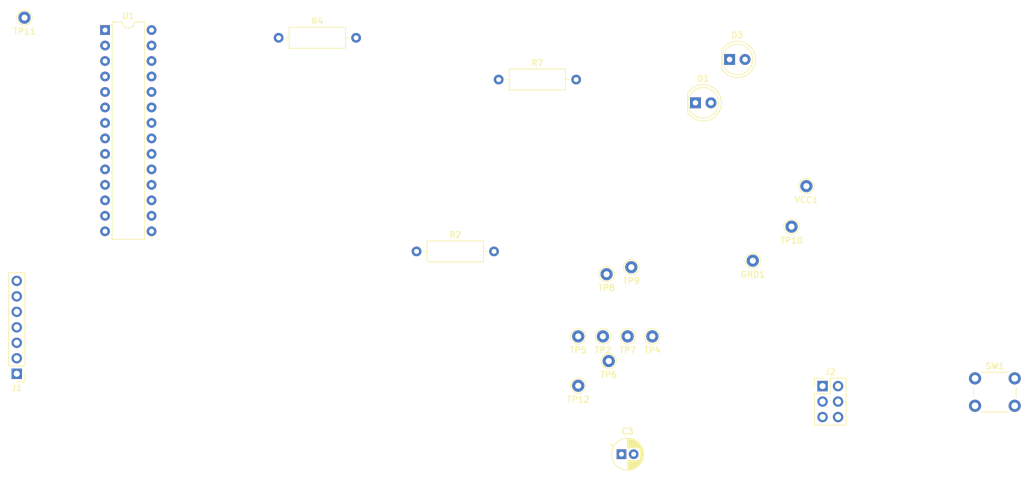
<source format=kicad_pcb>
(kicad_pcb (version 20211014) (generator pcbnew)
  (layers (0 "F.Cu" signal) (31 "B.Cu" signal) (34 "B.Paste" user) (35 "F.Paste" user) (36 "B.SilkS" user "B.Silkscreen") (37 "F.SilkS" user "F.Silkscreen") (38 "B.Mask" user) (39 "F.Mask" user) (44 "Edge.Cuts" user))
  (net 0 "")
  (net 1 "VCC")
  (net 2 "GND")
  (net 3 "D2")
  (net 4 "Net-(D1-Pad2)")
  (net 5 "Net-(R7-Pad2)")
  (net 6 "SDA")
  (net 7 "SLC")
  (net 10 "CLK_OUT")
  (net 11 "MISO")
  (net 12 "SCK")
  (net 13 "MOSI")
  (net 14 "RST")
  (net 15 "D7")
  (net 16 "SCL")
  (net 17 "RXD")
  (net 18 "TXD")
  (net 19 "D3")
  (net 20 "D4")
  (net 23 "D5")
  (net 24 "D6")
  (net 25 "D8")
  (net 26 "D9")
  (net 27 "D10")
  (net 28 "A0")
  (net 29 "A1")
  (net 30 "A2")
  (net 31 "A3")
  (footprint "Connector_Pin:Pin_D1.0mm_L10.0mm" (layer "F.Cu") (at 170.434 92.456)
    (fp_text reference "TP10" (at 0 2.25) (layer "F.SilkS"))
    (fp_text value "GND2")
    (fp_circle (center 0 0) (end 1.25 0.05) (layer "F.SilkS") (width 0.12) (fill none))
    (pad "1" thru_hole circle (at 0 0) (size 2 2) (drill 1) (layers *.Cu *.Mask) (net 2 "GND"))
  )
  (footprint "Connector_Pin:Pin_D1.0mm_L10.0mm" (layer "F.Cu") (at 147.616 110.462)
    (fp_text reference "TP4" (at 0 2.25) (layer "F.SilkS"))
    (fp_text value "TestPoint")
    (fp_circle (center 0 0) (end 1.25 0.05) (layer "F.SilkS") (width 0.12) (fill none))
    (pad "1" thru_hole circle (at 0 0) (size 2 2) (drill 1) (layers *.Cu *.Mask) (net 15 "D7"))
  )
  (footprint "Connector_PinHeader_2.54mm:PinHeader_1x07_P2.54mm_Vertical" (layer "F.Cu") (at 43.434 116.591 180)
    (fp_text reference "J1" (at 0 -2.33) (layer "F.SilkS"))
    (fp_text value "SI5351")
    (fp_line (start 1.33 1.27) (end 1.33 16.57) (layer "F.SilkS") (width 0.12))
    (fp_line (start -1.33 0) (end -1.33 -1.33) (layer "F.SilkS") (width 0.12))
    (fp_line (start -1.33 -1.33) (end 0 -1.33) (layer "F.SilkS") (width 0.12))
    (fp_line (start -1.33 16.57) (end 1.33 16.57) (layer "F.SilkS") (width 0.12))
    (fp_line (start -1.33 1.27) (end -1.33 16.57) (layer "F.SilkS") (width 0.12))
    (fp_line (start -1.33 1.27) (end 1.33 1.27) (layer "F.SilkS") (width 0.12))
    (pad "1" thru_hole rect (at 0 0 180) (size 1.7 1.7) (drill 1) (layers *.Cu *.Mask) (net 1 "VCC"))
    (pad "2" thru_hole oval (at 0 2.54 180) (size 1.7 1.7) (drill 1) (layers *.Cu *.Mask) (net 2 "GND"))
    (pad "3" thru_hole oval (at 0 5.08 180) (size 1.7 1.7) (drill 1) (layers *.Cu *.Mask) (net 6 "SDA"))
    (pad "4" thru_hole oval (at 0 7.62 180) (size 1.7 1.7) (drill 1) (layers *.Cu *.Mask) (net 7 "SLC"))
    (pad "5" thru_hole oval (at 0 10.16 180) (size 1.7 1.7) (drill 1) (layers *.Cu *.Mask))
    (pad "6" thru_hole oval (at 0 12.7 180) (size 1.7 1.7) (drill 1) (layers *.Cu *.Mask))
    (pad "7" thru_hole oval (at 0 15.24 180) (size 1.7 1.7) (drill 1) (layers *.Cu *.Mask) (net 10 "CLK_OUT"))
  )
  (footprint "Connector_Pin:Pin_D1.0mm_L10.0mm" (layer "F.Cu") (at 140.466 114.512)
    (fp_text reference "TP6" (at 0 2.25) (layer "F.SilkS"))
    (fp_text value "SDA")
    (fp_circle (center 0 0) (end 1.25 0.05) (layer "F.SilkS") (width 0.12) (fill none))
    (pad "1" thru_hole circle (at 0 0) (size 2 2) (drill 1) (layers *.Cu *.Mask) (net 6 "SDA"))
  )
  (footprint "Connector_Pin:Pin_D1.0mm_L10.0mm" (layer "F.Cu") (at 135.466 110.462)
    (fp_text reference "TP5" (at 0 2.25) (layer "F.SilkS"))
    (fp_text value "VCC2")
    (fp_circle (center 0 0) (end 1.25 0.05) (layer "F.SilkS") (width 0.12) (fill none))
    (pad "1" thru_hole circle (at 0 0) (size 2 2) (drill 1) (layers *.Cu *.Mask) (net 1 "VCC"))
  )
  (footprint "Resistor_THT:R_Axial_DIN0309_L9.0mm_D3.2mm_P12.70mm_Horizontal" (layer "F.Cu") (at 108.966 96.52)
    (fp_text reference "R2" (at 6.35 -2.72) (layer "F.SilkS"))
    (fp_text value "220")
    (fp_line (start 11.66 0) (end 10.97 0) (layer "F.SilkS") (width 0.12))
    (fp_line (start 1.04 0) (end 1.73 0) (layer "F.SilkS") (width 0.12))
    (fp_line (start 10.97 -1.72) (end 1.73 -1.72) (layer "F.SilkS") (width 0.12))
    (fp_line (start 1.73 -1.72) (end 1.73 1.72) (layer "F.SilkS") (width 0.12))
    (fp_line (start 1.73 1.72) (end 10.97 1.72) (layer "F.SilkS") (width 0.12))
    (fp_line (start 10.97 1.72) (end 10.97 -1.72) (layer "F.SilkS") (width 0.12))
    (pad "1" thru_hole circle (at 0 0) (size 1.6 1.6) (drill 0.8) (layers *.Cu *.Mask) (net 1 "VCC"))
    (pad "2" thru_hole oval (at 12.7 0) (size 1.6 1.6) (drill 0.8) (layers *.Cu *.Mask) (net 4 "Net-(D1-Pad2)"))
  )
  (footprint "LED_THT:LED_D5.0mm" (layer "F.Cu") (at 160.274 65.024)
    (fp_text reference "D3" (at 1.27 -3.96) (layer "F.SilkS"))
    (fp_text value "LED")
    (fp_line (start -1.29 -1.545) (end -1.29 1.545) (layer "F.SilkS") (width 0.12))
    (fp_arc (start -1.29 -1.54483) (mid 2.072002 -2.880433) (end 4.26 0.000462) (layer "F.SilkS") (width 0.12))
    (fp_arc (start 4.26 -0.000462) (mid 2.072002 2.880433) (end -1.29 1.54483) (layer "F.SilkS") (width 0.12))
    (fp_circle (center 1.27 0) (end 3.77 0) (layer "F.SilkS") (width 0.12) (fill none))
    (pad "1" thru_hole rect (at 0 0) (size 1.8 1.8) (drill 0.9) (layers *.Cu *.Mask) (net 5 "Net-(R7-Pad2)"))
    (pad "2" thru_hole circle (at 2.54 0) (size 1.8 1.8) (drill 0.9) (layers *.Cu *.Mask) (net 1 "VCC"))
  )
  (footprint "Connector_Pin:Pin_D1.0mm_L10.0mm" (layer "F.Cu") (at 144.166 99.112)
    (fp_text reference "TP9" (at 0 2.25) (layer "F.SilkS"))
    (fp_text value "MOSI")
    (fp_circle (center 0 0) (end 1.25 0.05) (layer "F.SilkS") (width 0.12) (fill none))
    (pad "1" thru_hole circle (at 0 0) (size 2 2) (drill 1) (layers *.Cu *.Mask) (net 13 "MOSI"))
  )
  (footprint "Connector_Pin:Pin_D1.0mm_L10.0mm" (layer "F.Cu") (at 139.516 110.462)
    (fp_text reference "TP2" (at 0 2.25) (layer "F.SilkS"))
    (fp_text value "TestPoint")
    (fp_circle (center 0 0) (end 1.25 0.05) (layer "F.SilkS") (width 0.12) (fill none))
    (pad "1" thru_hole circle (at 0 0) (size 2 2) (drill 1) (layers *.Cu *.Mask) (net 3 "D2"))
  )
  (footprint "Connector_Pin:Pin_D1.0mm_L10.0mm" (layer "F.Cu") (at 44.704 58.166)
    (fp_text reference "TP11" (at 0 2.25) (layer "F.SilkS"))
    (fp_text value "CLK0")
    (fp_circle (center 0 0) (end 1.25 0.05) (layer "F.SilkS") (width 0.12) (fill none))
    (pad "1" thru_hole circle (at 0 0) (size 2 2) (drill 1) (layers *.Cu *.Mask) (net 10 "CLK_OUT"))
  )
  (footprint "Connector_Pin:Pin_D1.0mm_L10.0mm" (layer "F.Cu") (at 143.566 110.462)
    (fp_text reference "TP7" (at 0 2.25) (layer "F.SilkS"))
    (fp_text value "SCK")
    (fp_circle (center 0 0) (end 1.25 0.05) (layer "F.SilkS") (width 0.12) (fill none))
    (pad "1" thru_hole circle (at 0 0) (size 2 2) (drill 1) (layers *.Cu *.Mask) (net 12 "SCK"))
  )
  (footprint "Connector_Pin:Pin_D1.0mm_L10.0mm" (layer "F.Cu") (at 172.866 85.812)
    (fp_text reference "VCC1" (at 0 2.25) (layer "F.SilkS"))
    (fp_text value "TestPoint")
    (fp_circle (center 0 0) (end 1.25 0.05) (layer "F.SilkS") (width 0.12) (fill none))
    (pad "1" thru_hole circle (at 0 0) (size 2 2) (drill 1) (layers *.Cu *.Mask) (net 1 "VCC"))
  )
  (footprint "Button_Switch_THT:SW_PUSH_6mm" (layer "F.Cu") (at 200.51 117.348)
    (fp_text reference "SW1" (at 3.25 -2) (layer "F.SilkS"))
    (fp_text value "SW_Push")
    (fp_line (start 5.5 -1) (end 1 -1) (layer "F.SilkS") (width 0.12))
    (fp_line (start 6.75 3) (end 6.75 1.5) (layer "F.SilkS") (width 0.12))
    (fp_line (start -0.25 1.5) (end -0.25 3) (layer "F.SilkS") (width 0.12))
    (fp_line (start 1 5.5) (end 5.5 5.5) (layer "F.SilkS") (width 0.12))
    (pad "1" thru_hole circle (at 0 0 90) (size 2 2) (drill 1.1) (layers *.Cu *.Mask) (net 15 "D7"))
    (pad "1" thru_hole circle (at 6.5 0 90) (size 2 2) (drill 1.1) (layers *.Cu *.Mask) (net 15 "D7"))
    (pad "2" thru_hole circle (at 6.5 4.5 90) (size 2 2) (drill 1.1) (layers *.Cu *.Mask) (net 1 "VCC"))
    (pad "2" thru_hole circle (at 0 4.5 90) (size 2 2) (drill 1.1) (layers *.Cu *.Mask) (net 1 "VCC"))
  )
  (footprint "Connector_Pin:Pin_D1.0mm_L10.0mm" (layer "F.Cu") (at 164.084 98.044)
    (fp_text reference "GND1" (at 0 2.25) (layer "F.SilkS"))
    (fp_text value "TestPoint")
    (fp_circle (center 0 0) (end 1.25 0.05) (layer "F.SilkS") (width 0.12) (fill none))
    (pad "1" thru_hole circle (at 0 0) (size 2 2) (drill 1) (layers *.Cu *.Mask) (net 2 "GND"))
  )
  (footprint "Connector_Pin:Pin_D1.0mm_L10.0mm" (layer "F.Cu") (at 135.466 118.562)
    (fp_text reference "TP12" (at 0 2.25) (layer "F.SilkS"))
    (fp_text value "TestPointSLC")
    (fp_circle (center 0 0) (end 1.25 0.05) (layer "F.SilkS") (width 0.12) (fill none))
    (pad "1" thru_hole circle (at 0 0) (size 2 2) (drill 1) (layers *.Cu *.Mask) (net 16 "SCL"))
  )
  (footprint "Connector_PinHeader_2.54mm:PinHeader_2x03_P2.54mm_Vertical" (layer "F.Cu") (at 175.514 118.618)
    (fp_text reference "J2" (at 1.27 -2.33) (layer "F.SilkS"))
    (fp_text value "AVRISP-6")
    (fp_line (start 1.27 -1.33) (end 3.87 -1.33) (layer "F.SilkS") (width 0.12))
    (fp_line (start -1.33 1.27) (end 1.27 1.27) (layer "F.SilkS") (width 0.12))
    (fp_line (start -1.33 -1.33) (end 0 -1.33) (layer "F.SilkS") (width 0.12))
    (fp_line (start -1.33 1.27) (end -1.33 6.41) (layer "F.SilkS") (width 0.12))
    (fp_line (start -1.33 0) (end -1.33 -1.33) (layer "F.SilkS") (width 0.12))
    (fp_line (start -1.33 6.41) (end 3.87 6.41) (layer "F.SilkS") (width 0.12))
    (fp_line (start 1.27 1.27) (end 1.27 -1.33) (layer "F.SilkS") (width 0.12))
    (fp_line (start 3.87 -1.33) (end 3.87 6.41) (layer "F.SilkS") (width 0.12))
    (pad "1" thru_hole rect (at 0 0) (size 1.7 1.7) (drill 1) (layers *.Cu *.Mask) (net 11 "MISO"))
    (pad "2" thru_hole oval (at 2.54 0) (size 1.7 1.7) (drill 1) (layers *.Cu *.Mask) (net 1 "VCC"))
    (pad "3" thru_hole oval (at 0 2.54) (size 1.7 1.7) (drill 1) (layers *.Cu *.Mask) (net 12 "SCK"))
    (pad "4" thru_hole oval (at 2.54 2.54) (size 1.7 1.7) (drill 1) (layers *.Cu *.Mask) (net 13 "MOSI"))
    (pad "5" thru_hole oval (at 0 5.08) (size 1.7 1.7) (drill 1) (layers *.Cu *.Mask) (net 14 "RST"))
    (pad "6" thru_hole oval (at 2.54 5.08) (size 1.7 1.7) (drill 1) (layers *.Cu *.Mask) (net 2 "GND"))
  )
  (footprint "Connector_Pin:Pin_D1.0mm_L10.0mm" (layer "F.Cu") (at 140.116 100.262)
    (fp_text reference "TP8" (at 0 2.25) (layer "F.SilkS"))
    (fp_text value "MISO")
    (fp_circle (center 0 0) (end 1.25 0.05) (layer "F.SilkS") (width 0.12) (fill none))
    (pad "1" thru_hole circle (at 0 0) (size 2 2) (drill 1) (layers *.Cu *.Mask) (net 11 "MISO"))
  )
  (footprint "Capacitor_THT:CP_Radial_D5.0mm_P2.00mm" (layer "F.Cu") (at 142.554888 129.794)
    (fp_text reference "C3" (at 1 -3.75) (layer "F.SilkS"))
    (fp_text value "10u")
    (fp_line (start 3.521 -0.677) (end 3.521 0.677) (layer "F.SilkS") (width 0.12))
    (fp_line (start 3.321 -1.178) (end 3.321 1.178) (layer "F.SilkS") (width 0.12))
    (fp_line (start 2.121 1.04) (end 2.121 2.329) (layer "F.SilkS") (width 0.12))
    (fp_line (start 3.201 -1.383) (end 3.201 1.383) (layer "F.SilkS") (width 0.12))
    (fp_line (start 2.081 -2.348) (end 2.081 -1.04) (layer "F.SilkS") (width 0.12))
    (fp_line (start -1.554775 -1.725) (end -1.554775 -1.225) (layer "F.SilkS") (width 0.12))
    (fp_line (start 2.281 -2.247) (end 2.281 -1.04) (layer "F.SilkS") (width 0.12))
    (fp_line (start 1.6 -2.511) (end 1.6 -1.04) (layer "F.SilkS") (width 0.12))
    (fp_line (start 2.321 1.04) (end 2.321 2.224) (layer "F.SilkS") (width 0.12))
    (fp_line (start 2.601 1.04) (end 2.601 2.035) (layer "F.SilkS") (width 0.12))
    (fp_line (start 2.561 -2.065) (end 2.561 -1.04) (layer "F.SilkS") (width 0.12))
    (fp_line (start 1.44 1.04) (end 1.44 2.543) (layer "F.SilkS") (width 0.12))
    (fp_line (start 1.32 1.04) (end 1.32 2.561) (layer "F.SilkS") (width 0.12))
    (fp_line (start 1.921 -2.414) (end 1.921 -1.04) (layer "F.SilkS") (width 0.12))
    (fp_line (start 3.081 -1.554) (end 3.081 1.554) (layer "F.SilkS") (width 0.12))
    (fp_line (start 2.681 1.04) (end 2.681 1.971) (layer "F.SilkS") (width 0.12))
    (fp_line (start 1.921 1.04) (end 1.921 2.414) (layer "F.SilkS") (width 0.12))
    (fp_line (start 1.68 -2.491) (end 1.68 -1.04) (layer "F.SilkS") (width 0.12))
    (fp_line (start 1.881 1.04) (end 1.881 2.428) (layer "F.SilkS") (width 0.12))
    (fp_line (start 2.441 -2.149) (end 2.441 -1.04) (layer "F.SilkS") (width 0.12))
    (fp_line (start 2.921 1.04) (end 2.921 1.743) (layer "F.SilkS") (width 0.12))
    (fp_line (start 1.04 -2.58) (end 1.04 -1.04) (layer "F.SilkS") (width 0.12))
    (fp_line (start -1.804775 -1.475) (end -1.304775 -1.475) (layer "F.SilkS") (width 0.12))
    (fp_line (start 1.881 -2.428) (end 1.881 -1.04) (layer "F.SilkS") (width 0.12))
    (fp_line (start 2.801 1.04) (end 2.801 1.864) (layer "F.SilkS") (width 0.12))
    (fp_line (start 1.761 -2.468) (end 1.761 -1.04) (layer "F.SilkS") (width 0.12))
    (fp_line (start 1.48 -2.536) (end 1.48 -1.04) (layer "F.SilkS") (width 0.12))
    (fp_line (start 1.24 -2.569) (end 1.24 -1.04) (layer "F.SilkS") (width 0.12))
    (fp_line (start 1.841 1.04) (end 1.841 2.442) (layer "F.SilkS") (width 0.12))
    (fp_line (start 1.841 -2.442) (end 1.841 -1.04) (layer "F.SilkS") (width 0.12))
    (fp_line (start 2.361 1.04) (end 2.361 2.2) (layer "F.SilkS") (width 0.12))
    (fp_line (start 1.08 -2.579) (end 1.08 -1.04) (layer "F.SilkS") (width 0.12))
    (fp_line (start 2.721 -1.937) (end 2.721 -1.04) (layer "F.SilkS") (width 0.12))
    (fp_line (start 1.761 1.04) (end 1.761 2.468) (layer "F.SilkS") (width 0.12))
    (fp_line (start 2.441 1.04) (end 2.441 2.149) (layer "F.SilkS") (width 0.12))
    (fp_line (start 2.041 -2.365) (end 2.041 -1.04) (layer "F.SilkS") (width 0.12))
    (fp_line (start 3.481 -0.805) (end 3.481 0.805) (layer "F.SilkS") (width 0.12))
    (fp_line (start 2.201 -2.29) (end 2.201 -1.04) (layer "F.SilkS") (width 0.12))
    (fp_line (start 1.12 -2.578) (end 1.12 -1.04) (layer "F.SilkS") (width 0.12))
    (fp_line (start 1.56 -2.52) (end 1.56 -1.04) (layer "F.SilkS") (width 0.12))
    (fp_line (start 2.881 -1.785) (end 2.881 -1.04) (layer "F.SilkS") (width 0.12))
    (fp_line (start 3.601 -0.284) (end 3.601 0.284) (layer "F.SilkS") (width 0.12))
    (fp_line (start 1.24 1.04) (end 1.24 2.569) (layer "F.SilkS") (width 0.12))
    (fp_line (start 3.161 -1.443) (end 3.161 1.443) (layer "F.SilkS") (width 0.12))
    (fp_line (start 1.56 1.04) (end 1.56 2.52) (layer "F.SilkS") (width 0.12))
    (fp_line (start 2.161 -2.31) (end 2.161 -1.04) (layer "F.SilkS") (width 0.12))
    (fp_line (start 2.761 1.04) (end 2.761 1.901) (layer "F.SilkS") (width 0.12))
    (fp_line (start 1.961 1.04) (end 1.961 2.398) (layer "F.SilkS") (width 0.12))
    (fp_line (start 1.28 -2.565) (end 1.28 -1.04) (layer "F.SilkS") (width 0.12))
    (fp_line (start 2.161 1.04) (end 2.161 2.31) (layer "F.SilkS") (width 0.12))
    (fp_line (start 3.241 -1.319) (end 3.241 1.319) (layer "F.SilkS") (width 0.12))
    (fp_line (start 2.801 -1.864) (end 2.801 -1.04) (layer "F.SilkS") (width 0.12))
    (fp_line (start 3.041 -1.605) (end 3.041 1.605) (layer "F.SilkS") (width 0.12))
    (fp_line (start 2.481 1.04) (end 2.481 2.122) (layer "F.SilkS") (width 0.12))
    (fp_line (start 1.32 -2.561) (end 1.32 -1.04) (layer "F.SilkS") (width 0.12))
    (fp_line (start 1.721 1.04) (end 1.721 2.48) (layer "F.SilkS") (width 0.12))
    (fp_line (start 2.201 1.04) (end 2.201 2.29) (layer "F.SilkS") (width 0.12))
    (fp_line (start 2.241 1.04) (end 2.241 2.268) (layer "F.SilkS") (width 0.12))
    (fp_line (start 1.721 -2.48) (end 1.721 -1.04) (layer "F.SilkS") (width 0.12))
    (fp_line (start 1.4 1.04) (end 1.4 2.55) (layer "F.SilkS") (width 0.12))
    (fp_line (start 1.961 -2.398) (end 1.961 -1.04) (layer "F.SilkS") (width 0.12))
    (fp_line (start 1.64 -2.501) (end 1.64 -1.04) (layer "F.SilkS") (width 0.12))
    (fp_line (start 2.921 -1.743) (end 2.921 -1.04) (layer "F.SilkS") (width 0.12))
    (fp_line (start 2.041 1.04) (end 2.041 2.365) (layer "F.SilkS") (width 0.12))
    (fp_line (start 1 -2.58) (end 1 -1.04) (layer "F.SilkS") (width 0.12))
    (fp_line (start 2.641 1.04) (end 2.641 2.004) (layer "F.SilkS") (width 0.12))
    (fp_line (start 1.801 -2.455) (end 1.801 -1.04) (layer "F.SilkS") (width 0.12))
    (fp_line (start 2.641 -2.004) (end 2.641 -1.04) (layer "F.SilkS") (width 0.12))
    (fp_line (start 1.16 1.04) (end 1.16 2.576) (layer "F.SilkS") (width 0.12))
    (fp_line (start 1.28 1.04) (end 1.28 2.565) (layer "F.SilkS") (width 0.12))
    (fp_line (start 1.6 1.04) (end 1.6 2.511) (layer "F.SilkS") (width 0.12))
    (fp_line (start 3.001 -1.653) (end 3.001 -1.04) (layer "F.SilkS") (width 0.12))
    (fp_line (start 2.961 1.04) (end 2.961 1.699) (layer "F.SilkS") (width 0.12))
    (fp_line (start 1.64 1.04) (end 1.64 2.501) (layer "F.SilkS") (width 0.12))
    (fp_line (start 3.441 -0.915) (end 3.441 0.915) (layer "F.SilkS") (width 0.12))
    (fp_line (start 2.321 -2.224) (end 2.321 -1.04) (layer "F.SilkS") (width 0.12))
    (fp_line (start 2.401 -2.175) (end 2.401 -1.04) (layer "F.SilkS") (width 0.12))
    (fp_line (start 1.04 1.04) (end 1.04 2.58) (layer "F.SilkS") (width 0.12))
    (fp_line (start 1.4 -2.55) (end 1.4 -1.04) (layer "F.SilkS") (width 0.12))
    (fp_line (start 1.52 1.04) (end 1.52 2.528) (layer "F.SilkS") (width 0.12))
    (fp_line (start 2.001 -2.382) (end 2.001 -1.04) (layer "F.SilkS") (width 0.12))
    (fp_line (start 3.121 -1.5) (end 3.121 1.5) (layer "F.SilkS") (width 0.12))
    (fp_line (start 2.361 -2.2) (end 2.361 -1.04) (layer "F.SilkS") (width 0.12))
    (fp_line (start 1.36 -2.556) (end 1.36 -1.04) (layer "F.SilkS") (width 0.12))
    (fp_line (start 1.16 -2.576) (end 1.16 -1.04) (layer "F.SilkS") (width 0.12))
    (fp_line (start 2.081 1.04) (end 2.081 2.348) (layer "F.SilkS") (width 0.12))
    (fp_line (start 2.961 -1.699) (end 2.961 -1.04) (layer "F.SilkS") (width 0.12))
    (fp_line (start 1.52 -2.528) (end 1.52 -1.04) (layer "F.SilkS") (width 0.12))
    (fp_line (start 1.36 1.04) (end 1.36 2.556) (layer "F.SilkS") (width 0.12))
    (fp_line (start 1.08 1.04) (end 1.08 2.579) (layer "F.SilkS") (width 0.12))
    (fp_line (start 1.801 1.04) (end 1.801 2.455) (layer "F.SilkS") (width 0.12))
    (fp_line (start 1 1.04) (end 1 2.58) (layer "F.SilkS") (width 0.12))
    (fp_line (start 3.281 -1.251) (end 3.281 1.251) (layer "F.SilkS") (width 0.12))
    (fp_line (start 1.2 1.04) (end 1.2 2.573) (layer "F.SilkS") (width 0.12))
    (fp_line (start 2.481 -2.122) (end 2.481 -1.04) (layer "F.SilkS") (width 0.12))
    (fp_line (start 1.12 1.04) (end 1.12 2.578) (layer "F.SilkS") (width 0.12))
    (fp_line (start 1.48 1.04) (end 1.48 2.536) (layer "F.SilkS") (width 0.12))
    (fp_line (start 2.561 1.04) (end 2.561 2.065) (layer "F.SilkS") (width 0.12))
    (fp_line (start 2.681 -1.971) (end 2.681 -1.04) (layer "F.SilkS") (width 0.12))
    (fp_line (start 2.401 1.04) (end 2.401 2.175) (layer "F.SilkS") (width 0.12))
    (fp_line (start 3.401 -1.011) (end 3.401 1.011) (layer "F.SilkS") (width 0.12))
    (fp_line (start 3.001 1.04) (end 3.001 1.653) (layer "F.SilkS") (width 0.12))
    (fp_line (start 1.2 -2.573) (end 1.2 -1.04) (layer "F.SilkS") (width 0.12))
    (fp_line (start 2.001 1.04) (end 2.001 2.382) (layer "F.SilkS") (width 0.12))
    (fp_line (start 2.281 1.04) (end 2.281 2.247) (layer "F.SilkS") (width 0.12))
    (fp_line (start 1.44 -2.543) (end 1.44 -1.04) (layer "F.SilkS") (width 0.12))
    (fp_line (start 2.521 -2.095) (end 2.521 -1.04) (layer "F.SilkS") (width 0.12))
    (fp_line (start 3.561 -0.518) (end 3.561 0.518) (layer "F.SilkS") (width 0.12))
    (fp_line (start 2.881 1.04) (end 2.881 1.785) (layer "F.SilkS") (width 0.12))
    (fp_line (start 2.121 -2.329) (end 2.121 -1.04) (layer "F.SilkS") (width 0.12))
    (fp_line (start 2.841 -1.826) (end 2.841 -1.04) (layer "F.SilkS") (width 0.12))
    (fp_line (start 2.601 -2.035) (end 2.601 -1.04) (layer "F.SilkS") (width 0.12))
    (fp_line (start 2.241 -2.268) (end 2.241 -1.04) (layer "F.SilkS") (width 0.12))
    (fp_line (start 1.68 1.04) (end 1.68 2.491) (layer "F.SilkS") (width 0.12))
    (fp_line (start 2.761 -1.901) (end 2.761 -1.04) (layer "F.SilkS") (width 0.12))
    (fp_line (start 2.521 1.04) (end 2.521 2.095) (layer "F.SilkS") (width 0.12))
    (fp_line (start 2.841 1.04) (end 2.841 1.826) (layer "F.SilkS") (width 0.12))
    (fp_line (start 3.361 -1.098) (end 3.361 1.098) (layer "F.SilkS") (width 0.12))
    (fp_line (start 2.721 1.04) (end 2.721 1.937) (layer "F.SilkS") (width 0.12))
    (fp_circle (center 1 0) (end 3.62 0) (layer "F.SilkS") (width 0.12) (fill none))
    (pad "1" thru_hole rect (at 0 0) (size 1.6 1.6) (drill 0.8) (layers *.Cu *.Mask) (net 1 "VCC"))
    (pad "2" thru_hole circle (at 2 0) (size 1.6 1.6) (drill 0.8) (layers *.Cu *.Mask) (net 2 "GND"))
  )
  (footprint "Package_DIP:DIP-28_W7.62mm" (layer "F.Cu") (at 57.912 60.198)
    (fp_text reference "U1" (at 3.81 -2.33) (layer "F.SilkS"))
    (fp_text value "ATmega328-P")
    (fp_line (start 1.16 -1.33) (end 1.16 34.35) (layer "F.SilkS") (width 0.12))
    (fp_line (start 2.81 -1.33) (end 1.16 -1.33) (layer "F.SilkS") (width 0.12))
    (fp_line (start 6.46 -1.33) (end 4.81 -1.33) (layer "F.SilkS") (width 0.12))
    (fp_line (start 6.46 34.35) (end 6.46 -1.33) (layer "F.SilkS") (width 0.12))
    (fp_line (start 1.16 34.35) (end 6.46 34.35) (layer "F.SilkS") (width 0.12))
    (fp_arc (start 4.81 -1.33) (mid 3.81 -0.33) (end 2.81 -1.33) (layer "F.SilkS") (width 0.12))
    (pad "1" thru_hole rect (at 0 0) (size 1.6 1.6) (drill 0.8) (layers *.Cu *.Mask) (net 14 "RST"))
    (pad "2" thru_hole oval (at 0 2.54) (size 1.6 1.6) (drill 0.8) (layers *.Cu *.Mask) (net 17 "RXD"))
    (pad "3" thru_hole oval (at 0 5.08) (size 1.6 1.6) (drill 0.8) (layers *.Cu *.Mask) (net 18 "TXD"))
    (pad "4" thru_hole oval (at 0 7.62) (size 1.6 1.6) (drill 0.8) (layers *.Cu *.Mask) (net 3 "D2"))
    (pad "5" thru_hole oval (at 0 10.16) (size 1.6 1.6) (drill 0.8) (layers *.Cu *.Mask) (net 19 "D3"))
    (pad "6" thru_hole oval (at 0 12.7) (size 1.6 1.6) (drill 0.8) (layers *.Cu *.Mask) (net 20 "D4"))
    (pad "7" thru_hole oval (at 0 15.24) (size 1.6 1.6) (drill 0.8) (layers *.Cu *.Mask) (net 1 "VCC"))
    (pad "8" thru_hole oval (at 0 17.78) (size 1.6 1.6) (drill 0.8) (layers *.Cu *.Mask) (net 2 "GND"))
    (pad "9" thru_hole oval (at 0 20.32) (size 1.6 1.6) (drill 0.8) (layers *.Cu *.Mask))
    (pad "10" thru_hole oval (at 0 22.86) (size 1.6 1.6) (drill 0.8) (layers *.Cu *.Mask))
    (pad "11" thru_hole oval (at 0 25.4) (size 1.6 1.6) (drill 0.8) (layers *.Cu *.Mask) (net 23 "D5"))
    (pad "12" thru_hole oval (at 0 27.94) (size 1.6 1.6) (drill 0.8) (layers *.Cu *.Mask) (net 24 "D6"))
    (pad "13" thru_hole oval (at 0 30.48) (size 1.6 1.6) (drill 0.8) (layers *.Cu *.Mask) (net 15 "D7"))
    (pad "14" thru_hole oval (at 0 33.02) (size 1.6 1.6) (drill 0.8) (layers *.Cu *.Mask) (net 25 "D8"))
    (pad "15" thru_hole oval (at 7.62 33.02) (size 1.6 1.6) (drill 0.8) (layers *.Cu *.Mask) (net 26 "D9"))
    (pad "16" thru_hole oval (at 7.62 30.48) (size 1.6 1.6) (drill 0.8) (layers *.Cu *.Mask) (net 27 "D10"))
    (pad "17" thru_hole oval (at 7.62 27.94) (size 1.6 1.6) (drill 0.8) (layers *.Cu *.Mask) (net 13 "MOSI"))
    (pad "18" thru_hole oval (at 7.62 25.4) (size 1.6 1.6) (drill 0.8) (layers *.Cu *.Mask) (net 11 "MISO"))
    (pad "19" thru_hole oval (at 7.62 22.86) (size 1.6 1.6) (drill 0.8) (layers *.Cu *.Mask) (net 12 "SCK"))
    (pad "20" thru_hole oval (at 7.62 20.32) (size 1.6 1.6) (drill 0.8) (layers *.Cu *.Mask) (net 1 "VCC"))
    (pad "21" thru_hole oval (at 7.62 17.78) (size 1.6 1.6) (drill 0.8) (layers *.Cu *.Mask) (net 1 "VCC"))
    (pad "22" thru_hole oval (at 7.62 15.24) (size 1.6 1.6) (drill 0.8) (layers *.Cu *.Mask) (net 2 "GND"))
    (pad "23" thru_hole oval (at 7.62 12.7) (size 1.6 1.6) (drill 0.8) (layers *.Cu *.Mask) (net 28 "A0"))
    (pad "24" thru_hole oval (at 7.62 10.16) (size 1.6 1.6) (drill 0.8) (layers *.Cu *.Mask) (net 29 "A1"))
    (pad "25" thru_hole oval (at 7.62 7.62) (size 1.6 1.6) (drill 0.8) (layers *.Cu *.Mask) (net 30 "A2"))
    (pad "26" thru_hole oval (at 7.62 5.08) (size 1.6 1.6) (drill 0.8) (layers *.Cu *.Mask) (net 31 "A3"))
    (pad "27" thru_hole oval (at 7.62 2.54) (size 1.6 1.6) (drill 0.8) (layers *.Cu *.Mask) (net 6 "SDA"))
    (pad "28" thru_hole oval (at 7.62 0) (size 1.6 1.6) (drill 0.8) (layers *.Cu *.Mask) (net 7 "SLC"))
  )
  (footprint "Resistor_THT:R_Axial_DIN0309_L9.0mm_D3.2mm_P12.70mm_Horizontal" (layer "F.Cu") (at 122.428 68.326)
    (fp_text reference "R7" (at 6.35 -2.72) (layer "F.SilkS"))
    (fp_text value "220")
    (fp_line (start 1.04 0) (end 1.73 0) (layer "F.SilkS") (width 0.12))
    (fp_line (start 10.97 1.72) (end 10.97 -1.72) (layer "F.SilkS") (width 0.12))
    (fp_line (start 1.73 -1.72) (end 1.73 1.72) (layer "F.SilkS") (width 0.12))
    (fp_line (start 11.66 0) (end 10.97 0) (layer "F.SilkS") (width 0.12))
    (fp_line (start 1.73 1.72) (end 10.97 1.72) (layer "F.SilkS") (width 0.12))
    (fp_line (start 10.97 -1.72) (end 1.73 -1.72) (layer "F.SilkS") (width 0.12))
    (pad "1" thru_hole circle (at 0 0) (size 1.6 1.6) (drill 0.8) (layers *.Cu *.Mask) (net 2 "GND"))
    (pad "2" thru_hole oval (at 12.7 0) (size 1.6 1.6) (drill 0.8) (layers *.Cu *.Mask) (net 5 "Net-(R7-Pad2)"))
  )
  (footprint "LED_THT:LED_D5.0mm" (layer "F.Cu") (at 154.681 72.136)
    (fp_text reference "D1" (at 1.27 -3.96) (layer "F.SilkS"))
    (fp_text value "LED")
    (fp_line (start -1.29 -1.545) (end -1.29 1.545) (layer "F.SilkS") (width 0.12))
    (fp_arc (start -1.29 -1.54483) (mid 2.072002 -2.880433) (end 4.26 0.000462) (layer "F.SilkS") (width 0.12))
    (fp_arc (start 4.26 -0.000462) (mid 2.072002 2.880433) (end -1.29 1.54483) (layer "F.SilkS") (width 0.12))
    (fp_circle (center 1.27 0) (end 3.77 0) (layer "F.SilkS") (width 0.12) (fill none))
    (pad "1" thru_hole rect (at 0 0) (size 1.8 1.8) (drill 0.9) (layers *.Cu *.Mask) (net 3 "D2"))
    (pad "2" thru_hole circle (at 2.54 0) (size 1.8 1.8) (drill 0.9) (layers *.Cu *.Mask) (net 4 "Net-(D1-Pad2)"))
  )
  (footprint "Resistor_THT:R_Axial_DIN0309_L9.0mm_D3.2mm_P12.70mm_Horizontal" (layer "F.Cu") (at 86.36 61.468)
    (fp_text reference "R4" (at 6.35 -2.72) (layer "F.SilkS"))
    (fp_text value "10K")
    (fp_line (start 10.97 1.72) (end 10.97 -1.72) (layer "F.SilkS") (width 0.12))
    (fp_line (start 1.04 0) (end 1.73 0) (layer "F.SilkS") (width 0.12))
    (fp_line (start 1.73 -1.72) (end 1.73 1.72) (layer "F.SilkS") (width 0.12))
    (fp_line (start 10.97 -1.72) (end 1.73 -1.72) (layer "F.SilkS") (width 0.12))
    (fp_line (start 1.73 1.72) (end 10.97 1.72) (layer "F.SilkS") (width 0.12))
    (fp_line (start 11.66 0) (end 10.97 0) (layer "F.SilkS") (width 0.12))
    (pad "1" thru_hole circle (at 0 0) (size 1.6 1.6) (drill 0.8) (layers *.Cu *.Mask) (net 15 "D7"))
    (pad "2" thru_hole oval (at 12.7 0) (size 1.6 1.6) (drill 0.8) (layers *.Cu *.Mask) (net 2 "GND"))
  )
)
</source>
